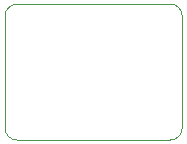
<source format=gbr>
%TF.GenerationSoftware,KiCad,Pcbnew,7.0.9-7.0.9~ubuntu22.04.1*%
%TF.CreationDate,2023-12-31T14:54:58+00:00*%
%TF.ProjectId,IMU_BNO085,494d555f-424e-44f3-9038-352e6b696361,rev?*%
%TF.SameCoordinates,Original*%
%TF.FileFunction,Profile,NP*%
%FSLAX46Y46*%
G04 Gerber Fmt 4.6, Leading zero omitted, Abs format (unit mm)*
G04 Created by KiCad (PCBNEW 7.0.9-7.0.9~ubuntu22.04.1) date 2023-12-31 14:54:58*
%MOMM*%
%LPD*%
G01*
G04 APERTURE LIST*
%TA.AperFunction,Profile*%
%ADD10C,0.100000*%
%TD*%
G04 APERTURE END LIST*
D10*
X110000000Y-104500000D02*
G75*
G03*
X111000000Y-105500000I1000000J0D01*
G01*
X111000000Y-94000000D02*
G75*
G03*
X110000000Y-95000000I0J-1000000D01*
G01*
X124000000Y-105500000D02*
G75*
G03*
X125000000Y-104500000I0J1000000D01*
G01*
X125000000Y-95000000D02*
G75*
G03*
X124000000Y-94000000I-1000000J0D01*
G01*
X124000000Y-105500000D02*
X111000000Y-105500000D01*
X124000000Y-94000000D02*
X111000000Y-94000000D01*
X110000000Y-104500000D02*
X110000000Y-95000000D01*
X125000000Y-95000000D02*
X125000000Y-104500000D01*
M02*

</source>
